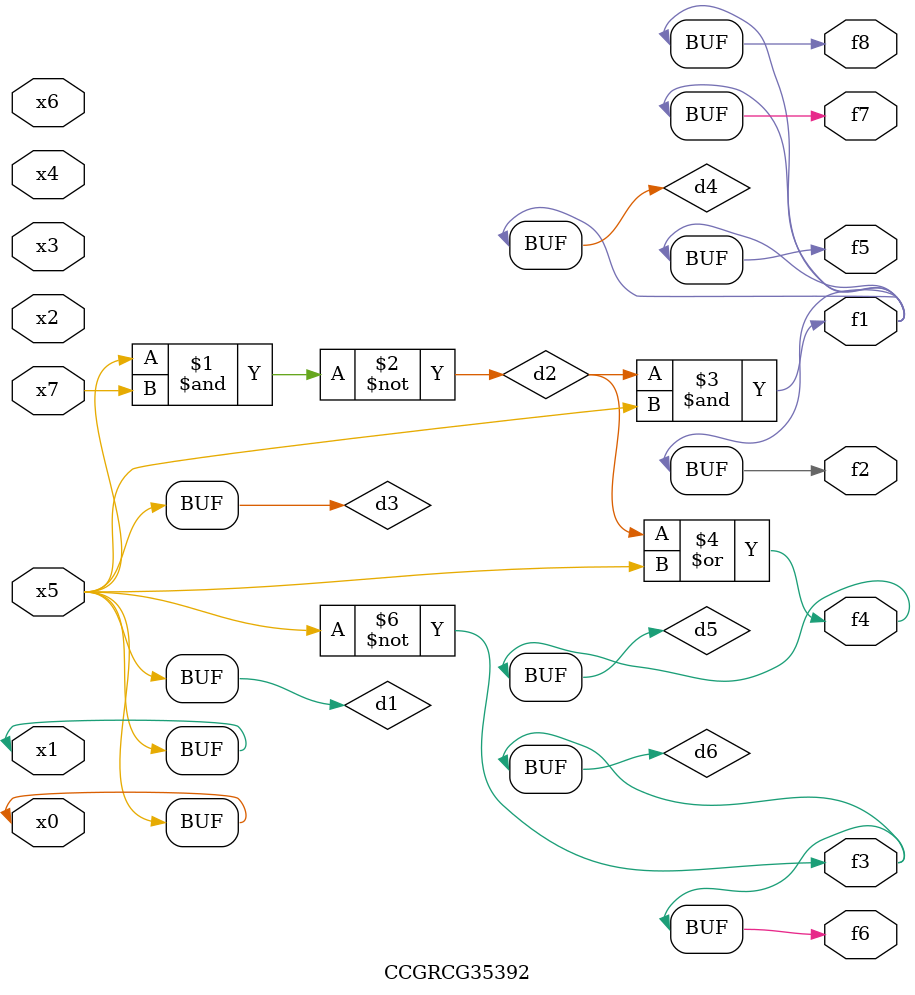
<source format=v>
module CCGRCG35392(
	input x0, x1, x2, x3, x4, x5, x6, x7,
	output f1, f2, f3, f4, f5, f6, f7, f8
);

	wire d1, d2, d3, d4, d5, d6;

	buf (d1, x0, x5);
	nand (d2, x5, x7);
	buf (d3, x0, x1);
	and (d4, d2, d3);
	or (d5, d2, d3);
	nor (d6, d1, d3);
	assign f1 = d4;
	assign f2 = d4;
	assign f3 = d6;
	assign f4 = d5;
	assign f5 = d4;
	assign f6 = d6;
	assign f7 = d4;
	assign f8 = d4;
endmodule

</source>
